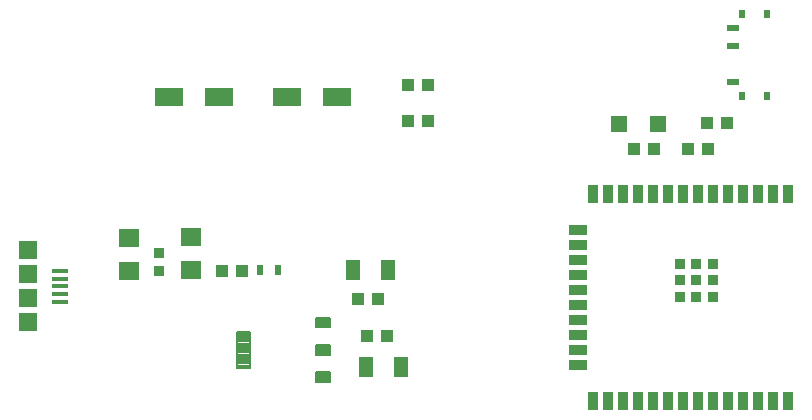
<source format=gbr>
G04 EAGLE Gerber RS-274X export*
G75*
%MOMM*%
%FSLAX34Y34*%
%LPD*%
%INSolderpaste Top*%
%IPPOS*%
%AMOC8*
5,1,8,0,0,1.08239X$1,22.5*%
G01*
G04 Define Apertures*
%ADD10R,1.800000X1.600000*%
%ADD11R,0.970200X0.920900*%
%ADD12R,1.100000X1.000000*%
%ADD13R,1.164600X1.815300*%
%ADD14R,0.611800X0.911800*%
%ADD15R,1.397000X1.397000*%
%ADD16R,2.392000X1.565300*%
%ADD17R,1.350000X0.450000*%
%ADD18R,1.550000X1.500000*%
%ADD19R,1.000000X1.100000*%
%ADD20R,1.000000X0.500000*%
%ADD21R,0.500000X0.800000*%
%ADD22R,0.900000X1.500000*%
%ADD23R,1.500000X0.900000*%
%ADD24R,0.900000X0.900000*%
%ADD25C,0.139500*%
%ADD26C,0.196500*%
D10*
X104900Y242300D03*
X104900Y270300D03*
X157400Y243300D03*
X157400Y271300D03*
D11*
X130700Y242554D03*
X130700Y258046D03*
D12*
X549700Y345800D03*
X532700Y345800D03*
X594600Y367800D03*
X611600Y367800D03*
D13*
X294846Y243300D03*
X324354Y243300D03*
D12*
X298500Y218800D03*
X315500Y218800D03*
X306400Y187800D03*
X323400Y187800D03*
D13*
X306046Y161300D03*
X335554Y161300D03*
D14*
X231300Y243300D03*
X216300Y243300D03*
D15*
X552510Y366800D03*
X519490Y366800D03*
D16*
X138921Y390000D03*
X181079Y390000D03*
X238921Y390000D03*
X281079Y390000D03*
D17*
X46672Y242796D03*
X46672Y236296D03*
X46672Y229796D03*
X46672Y223296D03*
X46672Y216796D03*
D18*
X19922Y239796D03*
X19922Y219796D03*
X19922Y260296D03*
X19922Y199296D03*
D12*
X358500Y400000D03*
X341500Y400000D03*
X358500Y370000D03*
X341500Y370000D03*
D19*
X200800Y242800D03*
X183800Y242800D03*
X577900Y345800D03*
X594900Y345800D03*
D20*
X616100Y403100D03*
X616100Y433100D03*
X616100Y448100D03*
D21*
X624100Y460100D03*
X645100Y460100D03*
X645100Y391100D03*
X624100Y391100D03*
D22*
X662600Y307500D03*
X649900Y307500D03*
X637200Y307500D03*
X624500Y307500D03*
X611800Y307500D03*
X599100Y307500D03*
X586400Y307500D03*
X573700Y307500D03*
X561000Y307500D03*
X548300Y307500D03*
X535600Y307500D03*
X522900Y307500D03*
X510200Y307500D03*
X497500Y307500D03*
D23*
X485000Y277150D03*
X485000Y264450D03*
X485000Y251750D03*
X485000Y239050D03*
X485000Y226350D03*
X485000Y213650D03*
X485000Y200950D03*
X485000Y188250D03*
X485000Y175550D03*
X485000Y162850D03*
D22*
X497500Y132500D03*
X510200Y132500D03*
X522900Y132500D03*
X535600Y132500D03*
X548300Y132500D03*
X561000Y132500D03*
X573700Y132500D03*
X586400Y132500D03*
X599100Y132500D03*
X611800Y132500D03*
X624500Y132500D03*
X637200Y132500D03*
X649900Y132500D03*
X662600Y132500D03*
D24*
X599400Y249000D03*
X599400Y235000D03*
X599400Y221000D03*
X585400Y249000D03*
X585400Y235000D03*
X585400Y221000D03*
X571400Y249000D03*
X571400Y235000D03*
X571400Y221000D03*
D25*
X274903Y156953D02*
X274903Y149047D01*
X263197Y149047D01*
X263197Y156953D01*
X274903Y156953D01*
X274903Y150372D02*
X263197Y150372D01*
X263197Y151697D02*
X274903Y151697D01*
X274903Y153022D02*
X263197Y153022D01*
X263197Y154347D02*
X274903Y154347D01*
X274903Y155672D02*
X263197Y155672D01*
X274903Y171947D02*
X274903Y179853D01*
X274903Y171947D02*
X263197Y171947D01*
X263197Y179853D01*
X274903Y179853D01*
X274903Y173272D02*
X263197Y173272D01*
X263197Y174597D02*
X274903Y174597D01*
X274903Y175922D02*
X263197Y175922D01*
X263197Y177247D02*
X274903Y177247D01*
X274903Y178572D02*
X263197Y178572D01*
X274903Y194847D02*
X274903Y202753D01*
X274903Y194847D02*
X263197Y194847D01*
X263197Y202753D01*
X274903Y202753D01*
X274903Y196172D02*
X263197Y196172D01*
X263197Y197497D02*
X274903Y197497D01*
X274903Y198822D02*
X263197Y198822D01*
X263197Y200147D02*
X274903Y200147D01*
X274903Y201472D02*
X263197Y201472D01*
D26*
X207718Y191118D02*
X207718Y160682D01*
X196582Y160682D01*
X196582Y191118D01*
X207718Y191118D01*
X207718Y162549D02*
X196582Y162549D01*
X196582Y164416D02*
X207718Y164416D01*
X207718Y166283D02*
X196582Y166283D01*
X196582Y168150D02*
X207718Y168150D01*
X207718Y170017D02*
X196582Y170017D01*
X196582Y171884D02*
X207718Y171884D01*
X207718Y173751D02*
X196582Y173751D01*
X196582Y175618D02*
X207718Y175618D01*
X207718Y177485D02*
X196582Y177485D01*
X196582Y179352D02*
X207718Y179352D01*
X207718Y181219D02*
X196582Y181219D01*
X196582Y183086D02*
X207718Y183086D01*
X207718Y184953D02*
X196582Y184953D01*
X196582Y186820D02*
X207718Y186820D01*
X207718Y188687D02*
X196582Y188687D01*
X196582Y190554D02*
X207718Y190554D01*
M02*

</source>
